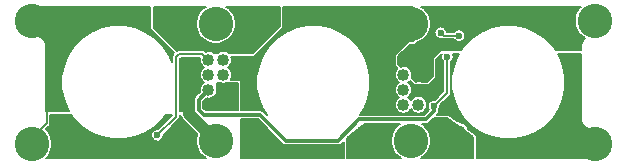
<source format=gbr>
G04 #@! TF.GenerationSoftware,KiCad,Pcbnew,(5.1.4)-1*
G04 #@! TF.CreationDate,2020-06-09T23:13:25-07:00*
G04 #@! TF.ProjectId,SkateLightLEDBoard,536b6174-654c-4696-9768-744c4544426f,rev?*
G04 #@! TF.SameCoordinates,Original*
G04 #@! TF.FileFunction,Copper,L2,Bot*
G04 #@! TF.FilePolarity,Positive*
%FSLAX46Y46*%
G04 Gerber Fmt 4.6, Leading zero omitted, Abs format (unit mm)*
G04 Created by KiCad (PCBNEW (5.1.4)-1) date 2020-06-09 23:13:25*
%MOMM*%
%LPD*%
G04 APERTURE LIST*
%ADD10C,1.016000*%
%ADD11C,2.921000*%
%ADD12C,1.800000*%
%ADD13C,0.600000*%
%ADD14C,1.000000*%
%ADD15C,0.200000*%
%ADD16C,0.350000*%
%ADD17C,0.152400*%
G04 APERTURE END LIST*
D10*
X7620000Y-1905000D03*
X8890000Y-1905000D03*
X7620000Y-635000D03*
X8890000Y-635000D03*
X7620000Y635000D03*
X8890000Y635000D03*
X7620000Y1905000D03*
X8890000Y1905000D03*
D11*
X8255000Y-4953000D03*
X8255000Y4953000D03*
X-8255000Y-4953000D03*
X-8255000Y4953000D03*
D10*
X-8890000Y-1905000D03*
X-7620000Y-1905000D03*
X-8890000Y-635000D03*
X-7620000Y-635000D03*
X-8890000Y635000D03*
X-7620000Y635000D03*
X-8890000Y1905000D03*
X-7620000Y1905000D03*
D11*
X23812500Y5207000D03*
X23812500Y-5207000D03*
X-23812500Y5207000D03*
X-23812500Y-5207000D03*
D12*
X20933000Y4423000D03*
X12087000Y-4423000D03*
X4423000Y-4423000D03*
X-4423000Y4423000D03*
X-12087000Y4423000D03*
X-20933000Y-4423000D03*
D13*
X-10490000Y-500000D03*
X-5170000Y-2000000D03*
X-4693920Y2131060D03*
X-2024380Y4871720D03*
X10350500Y-787500D03*
X14127480Y-5633720D03*
X11630660Y-1435100D03*
X1710000Y-5810000D03*
X-5080000Y-4826000D03*
X6210000Y-1630000D03*
X6010000Y980000D03*
X4190000Y5020000D03*
X-10980000Y1750000D03*
X16340000Y-5580000D03*
X19240000Y-5100000D03*
X21260000Y-3480000D03*
X21830000Y-1230000D03*
X21810000Y1530000D03*
X-13204301Y-4490862D03*
X12334240Y3954780D03*
X10764520Y4203700D03*
X12542520Y5278120D03*
X10589260Y3169920D03*
X14569440Y5069840D03*
X16520160Y5255260D03*
X18514060Y5092700D03*
X-19140000Y-5460000D03*
X-17010000Y-5760000D03*
X-14360000Y-5690000D03*
X-11980000Y-4600000D03*
X11340000Y2140000D03*
X10202811Y-2032000D03*
D14*
X-10552811Y-2648717D02*
X-10552811Y-1385189D01*
X-8255000Y-4953000D02*
X-8255000Y-4946528D01*
X-8255000Y-4946528D02*
X-10552811Y-2648717D01*
D15*
X9650401Y-912599D02*
X9650401Y-2269993D01*
X10350500Y-787500D02*
X9775500Y-787500D01*
X9775500Y-787500D02*
X9650401Y-912599D01*
X9254993Y-2665401D02*
X6595401Y-2665401D01*
X9650401Y-2269993D02*
X9254993Y-2665401D01*
X6595401Y-2665401D02*
X5440000Y-1510000D01*
X-23812500Y-5207000D02*
X-23812500Y-4692500D01*
X-23812500Y-4692500D02*
X-22600000Y-3480000D01*
X-22600000Y-3480000D02*
X-22600000Y-2200000D01*
X-22352001Y3746501D02*
X-23812500Y5207000D01*
X-22352001Y-1952001D02*
X-22352001Y3746501D01*
X-22600000Y-2200000D02*
X-22352001Y-1952001D01*
X-11657599Y-2944160D02*
X-13204301Y-4490862D01*
X-11657599Y2112401D02*
X-11657599Y-2944160D01*
X-11357001Y2412999D02*
X-11657599Y2112401D01*
X-8890000Y1905000D02*
X-9397999Y2412999D01*
X-9397999Y2412999D02*
X-11357001Y2412999D01*
X11013440Y3954780D02*
X12334240Y3954780D01*
X10764520Y4203700D02*
X11013440Y3954780D01*
D16*
X-9290993Y-2740401D02*
X-4552153Y-2740401D01*
X-4552153Y-2740401D02*
X-2362554Y-4930000D01*
X-2362554Y-4930000D02*
X2099446Y-4930000D01*
X2099446Y-4930000D02*
X3882035Y-3147411D01*
X3882035Y-3147411D02*
X9511664Y-3147411D01*
X10202811Y-2456264D02*
X10202811Y-2032000D01*
X9511664Y-3147411D02*
X10202811Y-2456264D01*
X-9725401Y-2305993D02*
X-9290993Y-2740401D01*
X-9725401Y-1470401D02*
X-9725401Y-2305993D01*
D15*
X11340000Y2140000D02*
X11340000Y-894811D01*
D16*
X-8890000Y-635000D02*
X-9725401Y-1470401D01*
D15*
X11340000Y-894811D02*
X10502810Y-1732001D01*
X10502810Y-1732001D02*
X10202811Y-2032000D01*
D17*
G36*
X-2661958Y-5201373D02*
G01*
X-2649323Y-5216769D01*
X-2587867Y-5267204D01*
X-2527181Y-5299641D01*
X-2517752Y-5304681D01*
X-2441673Y-5327759D01*
X-2362554Y-5335552D01*
X-2342736Y-5333600D01*
X2079628Y-5333600D01*
X2099446Y-5335552D01*
X2119264Y-5333600D01*
X2178565Y-5327759D01*
X2254644Y-5304681D01*
X2324759Y-5267204D01*
X2386215Y-5216769D01*
X2398859Y-5201362D01*
X2565400Y-5034821D01*
X2565400Y-6413500D01*
X-6121400Y-6413500D01*
X-6121400Y-3144001D01*
X-4719328Y-3144001D01*
X-2661958Y-5201373D01*
X-2661958Y-5201373D01*
G37*
X-2661958Y-5201373D02*
X-2649323Y-5216769D01*
X-2587867Y-5267204D01*
X-2527181Y-5299641D01*
X-2517752Y-5304681D01*
X-2441673Y-5327759D01*
X-2362554Y-5335552D01*
X-2342736Y-5333600D01*
X2079628Y-5333600D01*
X2099446Y-5335552D01*
X2119264Y-5333600D01*
X2178565Y-5327759D01*
X2254644Y-5304681D01*
X2324759Y-5267204D01*
X2386215Y-5216769D01*
X2398859Y-5201362D01*
X2565400Y-5034821D01*
X2565400Y-6413500D01*
X-6121400Y-6413500D01*
X-6121400Y-3144001D01*
X-4719328Y-3144001D01*
X-2661958Y-5201373D01*
G36*
X12230950Y2287200D02*
G01*
X11866960Y1408451D01*
X11681400Y475576D01*
X11681400Y-475576D01*
X11866960Y-1408451D01*
X12230950Y-2287200D01*
X12759381Y-3078053D01*
X13431947Y-3750619D01*
X14222800Y-4279050D01*
X15101549Y-4643040D01*
X16034424Y-4828600D01*
X16985576Y-4828600D01*
X17918451Y-4643040D01*
X18797200Y-4279050D01*
X19588053Y-3750619D01*
X20260619Y-3078053D01*
X20789050Y-2287200D01*
X21153040Y-1408451D01*
X21338600Y-475576D01*
X21338600Y475576D01*
X21153040Y1408451D01*
X20789050Y2287200D01*
X20707427Y2409358D01*
X22632924Y2409358D01*
X22632925Y12469D01*
X22632924Y-3003064D01*
X22633436Y-3008265D01*
X22635559Y-3061562D01*
X22637717Y-3077155D01*
X22638755Y-3092856D01*
X22639357Y-3096351D01*
X22665644Y-3242726D01*
X22671922Y-3264941D01*
X22677857Y-3287118D01*
X22679126Y-3290429D01*
X22733343Y-3428910D01*
X22743804Y-3449458D01*
X22753945Y-3470085D01*
X22755830Y-3473082D01*
X22755833Y-3473087D01*
X22755836Y-3473091D01*
X22835915Y-3598399D01*
X22850183Y-3616543D01*
X22864123Y-3634788D01*
X22866553Y-3637361D01*
X22866558Y-3637367D01*
X22866563Y-3637372D01*
X22969455Y-3744738D01*
X22986929Y-3759726D01*
X23004193Y-3774956D01*
X23007083Y-3777011D01*
X23128876Y-3862352D01*
X23148955Y-3873675D01*
X23168822Y-3885247D01*
X23172056Y-3886702D01*
X23308105Y-3946761D01*
X23330039Y-3953981D01*
X23351737Y-3961460D01*
X23355182Y-3962257D01*
X23355192Y-3962260D01*
X23355202Y-3962261D01*
X23500315Y-3994749D01*
X23523186Y-3997565D01*
X23545972Y-4000694D01*
X23549516Y-4000807D01*
X23549517Y-4000807D01*
X23698188Y-4004490D01*
X23698411Y-4004474D01*
X23698937Y-4004490D01*
X23958976Y-4010759D01*
X24188536Y-4061991D01*
X24403777Y-4156838D01*
X24596491Y-4291682D01*
X24759348Y-4461395D01*
X24886136Y-4659503D01*
X24972031Y-4878466D01*
X25013761Y-5109946D01*
X25009734Y-5345124D01*
X24960106Y-5575033D01*
X24866765Y-5790929D01*
X24733268Y-5984583D01*
X24564699Y-6148619D01*
X24367480Y-6276788D01*
X24149119Y-6364210D01*
X23911139Y-6408829D01*
X23804981Y-6413500D01*
X13817600Y-6413500D01*
X13817600Y-4572000D01*
X13814373Y-4533725D01*
X13802575Y-4490492D01*
X13782570Y-4450392D01*
X13755126Y-4414965D01*
X13721298Y-4385573D01*
X13114811Y-3955179D01*
X13087153Y-3888407D01*
X12963641Y-3703559D01*
X12806441Y-3546359D01*
X12621593Y-3422847D01*
X12416201Y-3337771D01*
X12198157Y-3294400D01*
X12183677Y-3294400D01*
X11463848Y-2783573D01*
X11419031Y-2758801D01*
X11376148Y-2745792D01*
X11331550Y-2741400D01*
X10490920Y-2741400D01*
X10540015Y-2681577D01*
X10577492Y-2611462D01*
X10593780Y-2557766D01*
X10600570Y-2535384D01*
X10608363Y-2456265D01*
X10606411Y-2436447D01*
X10606411Y-2375954D01*
X10613402Y-2368963D01*
X10671251Y-2282386D01*
X10711098Y-2186187D01*
X10731411Y-2084063D01*
X10731411Y-1979937D01*
X10729449Y-1970072D01*
X10746574Y-1952947D01*
X11560949Y-1138573D01*
X11573479Y-1128290D01*
X11583764Y-1115758D01*
X11614542Y-1078255D01*
X11645054Y-1021170D01*
X11645055Y-1021169D01*
X11663845Y-959228D01*
X11668600Y-910946D01*
X11668600Y-910934D01*
X11670188Y-894812D01*
X11668600Y-878690D01*
X11668600Y1723821D01*
X11676963Y1729409D01*
X11750591Y1803037D01*
X11808440Y1889614D01*
X11848287Y1985813D01*
X11868600Y2087937D01*
X11868600Y2192063D01*
X11848287Y2294187D01*
X11808440Y2390386D01*
X11795763Y2409358D01*
X12312573Y2409358D01*
X12230950Y2287200D01*
X12230950Y2287200D01*
G37*
X12230950Y2287200D02*
X11866960Y1408451D01*
X11681400Y475576D01*
X11681400Y-475576D01*
X11866960Y-1408451D01*
X12230950Y-2287200D01*
X12759381Y-3078053D01*
X13431947Y-3750619D01*
X14222800Y-4279050D01*
X15101549Y-4643040D01*
X16034424Y-4828600D01*
X16985576Y-4828600D01*
X17918451Y-4643040D01*
X18797200Y-4279050D01*
X19588053Y-3750619D01*
X20260619Y-3078053D01*
X20789050Y-2287200D01*
X21153040Y-1408451D01*
X21338600Y-475576D01*
X21338600Y475576D01*
X21153040Y1408451D01*
X20789050Y2287200D01*
X20707427Y2409358D01*
X22632924Y2409358D01*
X22632925Y12469D01*
X22632924Y-3003064D01*
X22633436Y-3008265D01*
X22635559Y-3061562D01*
X22637717Y-3077155D01*
X22638755Y-3092856D01*
X22639357Y-3096351D01*
X22665644Y-3242726D01*
X22671922Y-3264941D01*
X22677857Y-3287118D01*
X22679126Y-3290429D01*
X22733343Y-3428910D01*
X22743804Y-3449458D01*
X22753945Y-3470085D01*
X22755830Y-3473082D01*
X22755833Y-3473087D01*
X22755836Y-3473091D01*
X22835915Y-3598399D01*
X22850183Y-3616543D01*
X22864123Y-3634788D01*
X22866553Y-3637361D01*
X22866558Y-3637367D01*
X22866563Y-3637372D01*
X22969455Y-3744738D01*
X22986929Y-3759726D01*
X23004193Y-3774956D01*
X23007083Y-3777011D01*
X23128876Y-3862352D01*
X23148955Y-3873675D01*
X23168822Y-3885247D01*
X23172056Y-3886702D01*
X23308105Y-3946761D01*
X23330039Y-3953981D01*
X23351737Y-3961460D01*
X23355182Y-3962257D01*
X23355192Y-3962260D01*
X23355202Y-3962261D01*
X23500315Y-3994749D01*
X23523186Y-3997565D01*
X23545972Y-4000694D01*
X23549516Y-4000807D01*
X23549517Y-4000807D01*
X23698188Y-4004490D01*
X23698411Y-4004474D01*
X23698937Y-4004490D01*
X23958976Y-4010759D01*
X24188536Y-4061991D01*
X24403777Y-4156838D01*
X24596491Y-4291682D01*
X24759348Y-4461395D01*
X24886136Y-4659503D01*
X24972031Y-4878466D01*
X25013761Y-5109946D01*
X25009734Y-5345124D01*
X24960106Y-5575033D01*
X24866765Y-5790929D01*
X24733268Y-5984583D01*
X24564699Y-6148619D01*
X24367480Y-6276788D01*
X24149119Y-6364210D01*
X23911139Y-6408829D01*
X23804981Y-6413500D01*
X13817600Y-6413500D01*
X13817600Y-4572000D01*
X13814373Y-4533725D01*
X13802575Y-4490492D01*
X13782570Y-4450392D01*
X13755126Y-4414965D01*
X13721298Y-4385573D01*
X13114811Y-3955179D01*
X13087153Y-3888407D01*
X12963641Y-3703559D01*
X12806441Y-3546359D01*
X12621593Y-3422847D01*
X12416201Y-3337771D01*
X12198157Y-3294400D01*
X12183677Y-3294400D01*
X11463848Y-2783573D01*
X11419031Y-2758801D01*
X11376148Y-2745792D01*
X11331550Y-2741400D01*
X10490920Y-2741400D01*
X10540015Y-2681577D01*
X10577492Y-2611462D01*
X10593780Y-2557766D01*
X10600570Y-2535384D01*
X10608363Y-2456265D01*
X10606411Y-2436447D01*
X10606411Y-2375954D01*
X10613402Y-2368963D01*
X10671251Y-2282386D01*
X10711098Y-2186187D01*
X10731411Y-2084063D01*
X10731411Y-1979937D01*
X10729449Y-1970072D01*
X10746574Y-1952947D01*
X11560949Y-1138573D01*
X11573479Y-1128290D01*
X11583764Y-1115758D01*
X11614542Y-1078255D01*
X11645054Y-1021170D01*
X11645055Y-1021169D01*
X11663845Y-959228D01*
X11668600Y-910946D01*
X11668600Y-910934D01*
X11670188Y-894812D01*
X11668600Y-878690D01*
X11668600Y1723821D01*
X11676963Y1729409D01*
X11750591Y1803037D01*
X11808440Y1889614D01*
X11848287Y1985813D01*
X11868600Y2087937D01*
X11868600Y2192063D01*
X11848287Y2294187D01*
X11808440Y2390386D01*
X11795763Y2409358D01*
X12312573Y2409358D01*
X12230950Y2287200D01*
G36*
X8407400Y3501558D02*
G01*
X8128000Y3501558D01*
X8083402Y3497166D01*
X8040519Y3484157D01*
X8000997Y3463032D01*
X7966355Y3434603D01*
X6950355Y2418603D01*
X6921926Y2383961D01*
X6900801Y2344439D01*
X6887792Y2301556D01*
X6883400Y2256958D01*
X6883400Y1494958D01*
X6887792Y1450360D01*
X6900801Y1407477D01*
X6921926Y1367955D01*
X6950355Y1333313D01*
X7113479Y1170189D01*
X7047845Y1104555D01*
X6967234Y983911D01*
X6911707Y849858D01*
X6883400Y707549D01*
X6883400Y562451D01*
X6911707Y420142D01*
X6967234Y286089D01*
X7047845Y165445D01*
X7150445Y62845D01*
X7244500Y0D01*
X7150445Y-62845D01*
X7047845Y-165445D01*
X6967234Y-286089D01*
X6911707Y-420142D01*
X6883400Y-562451D01*
X6883400Y-707549D01*
X6911707Y-849858D01*
X6967234Y-983911D01*
X7047845Y-1104555D01*
X7150445Y-1207155D01*
X7244500Y-1270000D01*
X7150445Y-1332845D01*
X7047845Y-1435445D01*
X6967234Y-1556089D01*
X6911707Y-1690142D01*
X6883400Y-1832451D01*
X6883400Y-1977549D01*
X6911707Y-2119858D01*
X6967234Y-2253911D01*
X7047845Y-2374555D01*
X7150445Y-2477155D01*
X7271089Y-2557766D01*
X7405142Y-2613293D01*
X7547451Y-2641600D01*
X7692549Y-2641600D01*
X7834858Y-2613293D01*
X7968911Y-2557766D01*
X8089555Y-2477155D01*
X8192155Y-2374555D01*
X8255000Y-2280500D01*
X8317845Y-2374555D01*
X8420445Y-2477155D01*
X8541089Y-2557766D01*
X8675142Y-2613293D01*
X8817451Y-2641600D01*
X8962549Y-2641600D01*
X9104858Y-2613293D01*
X9238911Y-2557766D01*
X9359555Y-2477155D01*
X9462155Y-2374555D01*
X9542766Y-2253911D01*
X9598293Y-2119858D01*
X9626600Y-1977549D01*
X9626600Y-1832451D01*
X9598293Y-1690142D01*
X9542766Y-1556089D01*
X9462155Y-1435445D01*
X9359555Y-1332845D01*
X9238911Y-1252234D01*
X9104858Y-1196707D01*
X8962549Y-1168400D01*
X8817451Y-1168400D01*
X8675142Y-1196707D01*
X8541089Y-1252234D01*
X8420445Y-1332845D01*
X8317845Y-1435445D01*
X8255000Y-1529500D01*
X8192155Y-1435445D01*
X8089555Y-1332845D01*
X7995500Y-1270000D01*
X8089555Y-1207155D01*
X8192155Y-1104555D01*
X8272766Y-983911D01*
X8328293Y-849858D01*
X8356600Y-707549D01*
X8356600Y-562451D01*
X8328293Y-420142D01*
X8272766Y-286089D01*
X8192155Y-165445D01*
X8089555Y-62845D01*
X7995500Y0D01*
X8089555Y62845D01*
X8155189Y128479D01*
X8474355Y-190687D01*
X8508997Y-219116D01*
X8548519Y-240241D01*
X8591402Y-253250D01*
X8636000Y-257642D01*
X9652000Y-257642D01*
X9696598Y-253250D01*
X9739481Y-240241D01*
X9779003Y-219116D01*
X9813645Y-190687D01*
X10321645Y317313D01*
X10350074Y351955D01*
X10371199Y391477D01*
X10384208Y434360D01*
X10388600Y478958D01*
X10388600Y1908268D01*
X10873256Y2392924D01*
X10871560Y2390386D01*
X10831713Y2294187D01*
X10811400Y2192063D01*
X10811400Y2087937D01*
X10831713Y1985813D01*
X10871560Y1889614D01*
X10929409Y1803037D01*
X11003037Y1729409D01*
X11011400Y1723821D01*
X11011401Y-758699D01*
X10281864Y-1488237D01*
X10264739Y-1505362D01*
X10254874Y-1503400D01*
X10150748Y-1503400D01*
X10048624Y-1523713D01*
X9952425Y-1563560D01*
X9865848Y-1621409D01*
X9792220Y-1695037D01*
X9734371Y-1781614D01*
X9694524Y-1877813D01*
X9674211Y-1979937D01*
X9674211Y-2084063D01*
X9694524Y-2186187D01*
X9734371Y-2282386D01*
X9763027Y-2325272D01*
X9346900Y-2741400D01*
X5008451Y-2741400D01*
X4990715Y-2743811D01*
X3973952Y-2743811D01*
X4279050Y-2287200D01*
X4643040Y-1408451D01*
X4828600Y-475576D01*
X4828600Y475576D01*
X4643040Y1408451D01*
X4279050Y2287200D01*
X3750619Y3078053D01*
X3078053Y3750619D01*
X2287200Y4279050D01*
X1408451Y4643040D01*
X475576Y4828600D01*
X-475576Y4828600D01*
X-1408451Y4643040D01*
X-2287200Y4279050D01*
X-3078053Y3750619D01*
X-3750619Y3078053D01*
X-4279050Y2287200D01*
X-4643040Y1408451D01*
X-4828600Y475576D01*
X-4828600Y-475576D01*
X-4643040Y-1408451D01*
X-4279050Y-2287200D01*
X-3965867Y-2755912D01*
X-4252740Y-2469039D01*
X-4265384Y-2453632D01*
X-4326840Y-2403197D01*
X-4396955Y-2365720D01*
X-4473034Y-2342642D01*
X-4532335Y-2336801D01*
X-4552153Y-2334849D01*
X-4571971Y-2336801D01*
X-6121400Y-2336801D01*
X-6121400Y0D01*
X-6125792Y44598D01*
X-6138801Y87481D01*
X-6159926Y127003D01*
X-6188355Y161645D01*
X-6222997Y190074D01*
X-6262519Y211199D01*
X-6305402Y224208D01*
X-6350000Y228600D01*
X-7005647Y228600D01*
X-6967234Y286089D01*
X-6911707Y420142D01*
X-6883400Y562451D01*
X-6883400Y707549D01*
X-6911707Y849858D01*
X-6967234Y983911D01*
X-7047845Y1104555D01*
X-7150445Y1207155D01*
X-7244500Y1270000D01*
X-7150445Y1332845D01*
X-7047845Y1435445D01*
X-6967234Y1556089D01*
X-6911707Y1690142D01*
X-6883400Y1832451D01*
X-6883400Y1977549D01*
X-6911707Y2119858D01*
X-6938441Y2184400D01*
X-5080000Y2184400D01*
X-5035402Y2188792D01*
X-4992519Y2201801D01*
X-4952997Y2222926D01*
X-4918355Y2251355D01*
X-2632355Y4537355D01*
X-2603926Y4571997D01*
X-2582801Y4611519D01*
X-2569792Y4654402D01*
X-2565400Y4699000D01*
X-2565400Y6413500D01*
X8407400Y6413500D01*
X8407400Y3501558D01*
X8407400Y3501558D01*
G37*
X8407400Y3501558D02*
X8128000Y3501558D01*
X8083402Y3497166D01*
X8040519Y3484157D01*
X8000997Y3463032D01*
X7966355Y3434603D01*
X6950355Y2418603D01*
X6921926Y2383961D01*
X6900801Y2344439D01*
X6887792Y2301556D01*
X6883400Y2256958D01*
X6883400Y1494958D01*
X6887792Y1450360D01*
X6900801Y1407477D01*
X6921926Y1367955D01*
X6950355Y1333313D01*
X7113479Y1170189D01*
X7047845Y1104555D01*
X6967234Y983911D01*
X6911707Y849858D01*
X6883400Y707549D01*
X6883400Y562451D01*
X6911707Y420142D01*
X6967234Y286089D01*
X7047845Y165445D01*
X7150445Y62845D01*
X7244500Y0D01*
X7150445Y-62845D01*
X7047845Y-165445D01*
X6967234Y-286089D01*
X6911707Y-420142D01*
X6883400Y-562451D01*
X6883400Y-707549D01*
X6911707Y-849858D01*
X6967234Y-983911D01*
X7047845Y-1104555D01*
X7150445Y-1207155D01*
X7244500Y-1270000D01*
X7150445Y-1332845D01*
X7047845Y-1435445D01*
X6967234Y-1556089D01*
X6911707Y-1690142D01*
X6883400Y-1832451D01*
X6883400Y-1977549D01*
X6911707Y-2119858D01*
X6967234Y-2253911D01*
X7047845Y-2374555D01*
X7150445Y-2477155D01*
X7271089Y-2557766D01*
X7405142Y-2613293D01*
X7547451Y-2641600D01*
X7692549Y-2641600D01*
X7834858Y-2613293D01*
X7968911Y-2557766D01*
X8089555Y-2477155D01*
X8192155Y-2374555D01*
X8255000Y-2280500D01*
X8317845Y-2374555D01*
X8420445Y-2477155D01*
X8541089Y-2557766D01*
X8675142Y-2613293D01*
X8817451Y-2641600D01*
X8962549Y-2641600D01*
X9104858Y-2613293D01*
X9238911Y-2557766D01*
X9359555Y-2477155D01*
X9462155Y-2374555D01*
X9542766Y-2253911D01*
X9598293Y-2119858D01*
X9626600Y-1977549D01*
X9626600Y-1832451D01*
X9598293Y-1690142D01*
X9542766Y-1556089D01*
X9462155Y-1435445D01*
X9359555Y-1332845D01*
X9238911Y-1252234D01*
X9104858Y-1196707D01*
X8962549Y-1168400D01*
X8817451Y-1168400D01*
X8675142Y-1196707D01*
X8541089Y-1252234D01*
X8420445Y-1332845D01*
X8317845Y-1435445D01*
X8255000Y-1529500D01*
X8192155Y-1435445D01*
X8089555Y-1332845D01*
X7995500Y-1270000D01*
X8089555Y-1207155D01*
X8192155Y-1104555D01*
X8272766Y-983911D01*
X8328293Y-849858D01*
X8356600Y-707549D01*
X8356600Y-562451D01*
X8328293Y-420142D01*
X8272766Y-286089D01*
X8192155Y-165445D01*
X8089555Y-62845D01*
X7995500Y0D01*
X8089555Y62845D01*
X8155189Y128479D01*
X8474355Y-190687D01*
X8508997Y-219116D01*
X8548519Y-240241D01*
X8591402Y-253250D01*
X8636000Y-257642D01*
X9652000Y-257642D01*
X9696598Y-253250D01*
X9739481Y-240241D01*
X9779003Y-219116D01*
X9813645Y-190687D01*
X10321645Y317313D01*
X10350074Y351955D01*
X10371199Y391477D01*
X10384208Y434360D01*
X10388600Y478958D01*
X10388600Y1908268D01*
X10873256Y2392924D01*
X10871560Y2390386D01*
X10831713Y2294187D01*
X10811400Y2192063D01*
X10811400Y2087937D01*
X10831713Y1985813D01*
X10871560Y1889614D01*
X10929409Y1803037D01*
X11003037Y1729409D01*
X11011400Y1723821D01*
X11011401Y-758699D01*
X10281864Y-1488237D01*
X10264739Y-1505362D01*
X10254874Y-1503400D01*
X10150748Y-1503400D01*
X10048624Y-1523713D01*
X9952425Y-1563560D01*
X9865848Y-1621409D01*
X9792220Y-1695037D01*
X9734371Y-1781614D01*
X9694524Y-1877813D01*
X9674211Y-1979937D01*
X9674211Y-2084063D01*
X9694524Y-2186187D01*
X9734371Y-2282386D01*
X9763027Y-2325272D01*
X9346900Y-2741400D01*
X5008451Y-2741400D01*
X4990715Y-2743811D01*
X3973952Y-2743811D01*
X4279050Y-2287200D01*
X4643040Y-1408451D01*
X4828600Y-475576D01*
X4828600Y475576D01*
X4643040Y1408451D01*
X4279050Y2287200D01*
X3750619Y3078053D01*
X3078053Y3750619D01*
X2287200Y4279050D01*
X1408451Y4643040D01*
X475576Y4828600D01*
X-475576Y4828600D01*
X-1408451Y4643040D01*
X-2287200Y4279050D01*
X-3078053Y3750619D01*
X-3750619Y3078053D01*
X-4279050Y2287200D01*
X-4643040Y1408451D01*
X-4828600Y475576D01*
X-4828600Y-475576D01*
X-4643040Y-1408451D01*
X-4279050Y-2287200D01*
X-3965867Y-2755912D01*
X-4252740Y-2469039D01*
X-4265384Y-2453632D01*
X-4326840Y-2403197D01*
X-4396955Y-2365720D01*
X-4473034Y-2342642D01*
X-4532335Y-2336801D01*
X-4552153Y-2334849D01*
X-4571971Y-2336801D01*
X-6121400Y-2336801D01*
X-6121400Y0D01*
X-6125792Y44598D01*
X-6138801Y87481D01*
X-6159926Y127003D01*
X-6188355Y161645D01*
X-6222997Y190074D01*
X-6262519Y211199D01*
X-6305402Y224208D01*
X-6350000Y228600D01*
X-7005647Y228600D01*
X-6967234Y286089D01*
X-6911707Y420142D01*
X-6883400Y562451D01*
X-6883400Y707549D01*
X-6911707Y849858D01*
X-6967234Y983911D01*
X-7047845Y1104555D01*
X-7150445Y1207155D01*
X-7244500Y1270000D01*
X-7150445Y1332845D01*
X-7047845Y1435445D01*
X-6967234Y1556089D01*
X-6911707Y1690142D01*
X-6883400Y1832451D01*
X-6883400Y1977549D01*
X-6911707Y2119858D01*
X-6938441Y2184400D01*
X-5080000Y2184400D01*
X-5035402Y2188792D01*
X-4992519Y2201801D01*
X-4952997Y2222926D01*
X-4918355Y2251355D01*
X-2632355Y4537355D01*
X-2603926Y4571997D01*
X-2582801Y4611519D01*
X-2569792Y4654402D01*
X-2565400Y4699000D01*
X-2565400Y6413500D01*
X8407400Y6413500D01*
X8407400Y3501558D01*
G36*
X-9626600Y1977549D02*
G01*
X-9626600Y1832451D01*
X-9598293Y1690142D01*
X-9542766Y1556089D01*
X-9462155Y1435445D01*
X-9359555Y1332845D01*
X-9265500Y1270000D01*
X-9359555Y1207155D01*
X-9462155Y1104555D01*
X-9542766Y983911D01*
X-9598293Y849858D01*
X-9626600Y707549D01*
X-9626600Y562451D01*
X-9598293Y420142D01*
X-9542766Y286089D01*
X-9462155Y165445D01*
X-9359555Y62845D01*
X-9265500Y0D01*
X-9359555Y-62845D01*
X-9462155Y-165445D01*
X-9542766Y-286089D01*
X-9598293Y-420142D01*
X-9626600Y-562451D01*
X-9626600Y-707549D01*
X-9611125Y-785349D01*
X-9996763Y-1170988D01*
X-10012170Y-1183632D01*
X-10062605Y-1245089D01*
X-10085416Y-1287766D01*
X-10100082Y-1315204D01*
X-10123160Y-1391283D01*
X-10130953Y-1470401D01*
X-10129001Y-1490219D01*
X-10129000Y-2286166D01*
X-10130953Y-2305993D01*
X-10123160Y-2385111D01*
X-10106995Y-2438400D01*
X-11328999Y-2438400D01*
X-11328999Y1976291D01*
X-11220891Y2084399D01*
X-9605346Y2084399D01*
X-9626600Y1977549D01*
X-9626600Y1977549D01*
G37*
X-9626600Y1977549D02*
X-9626600Y1832451D01*
X-9598293Y1690142D01*
X-9542766Y1556089D01*
X-9462155Y1435445D01*
X-9359555Y1332845D01*
X-9265500Y1270000D01*
X-9359555Y1207155D01*
X-9462155Y1104555D01*
X-9542766Y983911D01*
X-9598293Y849858D01*
X-9626600Y707549D01*
X-9626600Y562451D01*
X-9598293Y420142D01*
X-9542766Y286089D01*
X-9462155Y165445D01*
X-9359555Y62845D01*
X-9265500Y0D01*
X-9359555Y-62845D01*
X-9462155Y-165445D01*
X-9542766Y-286089D01*
X-9598293Y-420142D01*
X-9626600Y-562451D01*
X-9626600Y-707549D01*
X-9611125Y-785349D01*
X-9996763Y-1170988D01*
X-10012170Y-1183632D01*
X-10062605Y-1245089D01*
X-10085416Y-1287766D01*
X-10100082Y-1315204D01*
X-10123160Y-1391283D01*
X-10130953Y-1470401D01*
X-10129001Y-1490219D01*
X-10129000Y-2286166D01*
X-10130953Y-2305993D01*
X-10123160Y-2385111D01*
X-10106995Y-2438400D01*
X-11328999Y-2438400D01*
X-11328999Y1976291D01*
X-11220891Y2084399D01*
X-9605346Y2084399D01*
X-9626600Y1977549D01*
G36*
X-13817600Y4572000D02*
G01*
X-13813208Y4527402D01*
X-13800199Y4484519D01*
X-13779074Y4444997D01*
X-13750645Y4410355D01*
X-11787500Y2447210D01*
X-11878543Y2356167D01*
X-11891078Y2345880D01*
X-11901363Y2333347D01*
X-11932141Y2295844D01*
X-11955921Y2251355D01*
X-11962654Y2238758D01*
X-11981444Y2176817D01*
X-11986199Y2128536D01*
X-11987788Y2112401D01*
X-11986199Y2096269D01*
X-11986199Y1696319D01*
X-12230950Y2287200D01*
X-12759381Y3078053D01*
X-13431947Y3750619D01*
X-14222800Y4279050D01*
X-15101549Y4643040D01*
X-16034424Y4828600D01*
X-16985576Y4828600D01*
X-17918451Y4643040D01*
X-18797200Y4279050D01*
X-19588053Y3750619D01*
X-20260619Y3078053D01*
X-20789050Y2287200D01*
X-21153040Y1408451D01*
X-21338600Y475576D01*
X-21338600Y-475576D01*
X-21153040Y-1408451D01*
X-20789050Y-2287200D01*
X-20688021Y-2438400D01*
X-22632924Y-2438400D01*
X-22632924Y3003065D01*
X-22633436Y3008266D01*
X-22635559Y3061562D01*
X-22637717Y3077155D01*
X-22638755Y3092856D01*
X-22639357Y3096350D01*
X-22665644Y3242726D01*
X-22671922Y3264941D01*
X-22677857Y3287118D01*
X-22679126Y3290429D01*
X-22733343Y3428910D01*
X-22743804Y3449458D01*
X-22753945Y3470085D01*
X-22755830Y3473082D01*
X-22755833Y3473087D01*
X-22755836Y3473091D01*
X-22835915Y3598399D01*
X-22850210Y3616578D01*
X-22864123Y3634789D01*
X-22866553Y3637361D01*
X-22866558Y3637367D01*
X-22866563Y3637372D01*
X-22969455Y3744738D01*
X-22986951Y3759744D01*
X-23004193Y3774955D01*
X-23007083Y3777011D01*
X-23128876Y3862352D01*
X-23148955Y3873675D01*
X-23168822Y3885247D01*
X-23172047Y3886697D01*
X-23172056Y3886702D01*
X-23172065Y3886705D01*
X-23308105Y3946761D01*
X-23330049Y3953984D01*
X-23351737Y3961460D01*
X-23355182Y3962257D01*
X-23355192Y3962260D01*
X-23355202Y3962261D01*
X-23500316Y3994749D01*
X-23523210Y3997568D01*
X-23545972Y4000694D01*
X-23549506Y4000807D01*
X-23549517Y4000808D01*
X-23549527Y4000807D01*
X-23698188Y4004490D01*
X-23698411Y4004474D01*
X-23698936Y4004490D01*
X-23958976Y4010759D01*
X-24188535Y4061991D01*
X-24403777Y4156838D01*
X-24596491Y4291682D01*
X-24759348Y4461395D01*
X-24886136Y4659503D01*
X-24972031Y4878466D01*
X-25013761Y5109947D01*
X-25009734Y5345124D01*
X-24960106Y5575033D01*
X-24866764Y5790931D01*
X-24733264Y5984587D01*
X-24564697Y6148620D01*
X-24367478Y6276789D01*
X-24149119Y6364210D01*
X-23911139Y6408829D01*
X-23804982Y6413500D01*
X-13817600Y6413500D01*
X-13817600Y4572000D01*
X-13817600Y4572000D01*
G37*
X-13817600Y4572000D02*
X-13813208Y4527402D01*
X-13800199Y4484519D01*
X-13779074Y4444997D01*
X-13750645Y4410355D01*
X-11787500Y2447210D01*
X-11878543Y2356167D01*
X-11891078Y2345880D01*
X-11901363Y2333347D01*
X-11932141Y2295844D01*
X-11955921Y2251355D01*
X-11962654Y2238758D01*
X-11981444Y2176817D01*
X-11986199Y2128536D01*
X-11987788Y2112401D01*
X-11986199Y2096269D01*
X-11986199Y1696319D01*
X-12230950Y2287200D01*
X-12759381Y3078053D01*
X-13431947Y3750619D01*
X-14222800Y4279050D01*
X-15101549Y4643040D01*
X-16034424Y4828600D01*
X-16985576Y4828600D01*
X-17918451Y4643040D01*
X-18797200Y4279050D01*
X-19588053Y3750619D01*
X-20260619Y3078053D01*
X-20789050Y2287200D01*
X-21153040Y1408451D01*
X-21338600Y475576D01*
X-21338600Y-475576D01*
X-21153040Y-1408451D01*
X-20789050Y-2287200D01*
X-20688021Y-2438400D01*
X-22632924Y-2438400D01*
X-22632924Y3003065D01*
X-22633436Y3008266D01*
X-22635559Y3061562D01*
X-22637717Y3077155D01*
X-22638755Y3092856D01*
X-22639357Y3096350D01*
X-22665644Y3242726D01*
X-22671922Y3264941D01*
X-22677857Y3287118D01*
X-22679126Y3290429D01*
X-22733343Y3428910D01*
X-22743804Y3449458D01*
X-22753945Y3470085D01*
X-22755830Y3473082D01*
X-22755833Y3473087D01*
X-22755836Y3473091D01*
X-22835915Y3598399D01*
X-22850210Y3616578D01*
X-22864123Y3634789D01*
X-22866553Y3637361D01*
X-22866558Y3637367D01*
X-22866563Y3637372D01*
X-22969455Y3744738D01*
X-22986951Y3759744D01*
X-23004193Y3774955D01*
X-23007083Y3777011D01*
X-23128876Y3862352D01*
X-23148955Y3873675D01*
X-23168822Y3885247D01*
X-23172047Y3886697D01*
X-23172056Y3886702D01*
X-23172065Y3886705D01*
X-23308105Y3946761D01*
X-23330049Y3953984D01*
X-23351737Y3961460D01*
X-23355182Y3962257D01*
X-23355192Y3962260D01*
X-23355202Y3962261D01*
X-23500316Y3994749D01*
X-23523210Y3997568D01*
X-23545972Y4000694D01*
X-23549506Y4000807D01*
X-23549517Y4000808D01*
X-23549527Y4000807D01*
X-23698188Y4004490D01*
X-23698411Y4004474D01*
X-23698936Y4004490D01*
X-23958976Y4010759D01*
X-24188535Y4061991D01*
X-24403777Y4156838D01*
X-24596491Y4291682D01*
X-24759348Y4461395D01*
X-24886136Y4659503D01*
X-24972031Y4878466D01*
X-25013761Y5109947D01*
X-25009734Y5345124D01*
X-24960106Y5575033D01*
X-24866764Y5790931D01*
X-24733264Y5984587D01*
X-24564697Y6148620D01*
X-24367478Y6276789D01*
X-24149119Y6364210D01*
X-23911139Y6408829D01*
X-23804982Y6413500D01*
X-13817600Y6413500D01*
X-13817600Y4572000D01*
G36*
X-9331739Y6265010D02*
G01*
X-9567010Y6029739D01*
X-9751861Y5753089D01*
X-9879189Y5445692D01*
X-9944100Y5119362D01*
X-9944100Y4786638D01*
X-9879189Y4460308D01*
X-9751861Y4152911D01*
X-9567010Y3876261D01*
X-9331739Y3640990D01*
X-9055089Y3456139D01*
X-8747692Y3328811D01*
X-8421362Y3263900D01*
X-8088638Y3263900D01*
X-7762308Y3328811D01*
X-7454911Y3456139D01*
X-7178261Y3640990D01*
X-6942990Y3876261D01*
X-6758139Y4152911D01*
X-6630811Y4460308D01*
X-6565900Y4786638D01*
X-6565900Y5119362D01*
X-6630811Y5445692D01*
X-6758139Y5753089D01*
X-6942990Y6029739D01*
X-7178261Y6265010D01*
X-7400493Y6413500D01*
X-2870200Y6413500D01*
X-2870200Y4730564D01*
X-5111564Y2489200D01*
X-7168472Y2489200D01*
X-7271089Y2557766D01*
X-7405142Y2613293D01*
X-7547451Y2641600D01*
X-7692549Y2641600D01*
X-7834858Y2613293D01*
X-7968911Y2557766D01*
X-8071528Y2489200D01*
X-8438472Y2489200D01*
X-8541089Y2557766D01*
X-8675142Y2613293D01*
X-8817451Y2641600D01*
X-8962549Y2641600D01*
X-9104858Y2613293D01*
X-9125170Y2604880D01*
X-9154233Y2633943D01*
X-9164520Y2646478D01*
X-9214556Y2687541D01*
X-9271641Y2718054D01*
X-9333582Y2736844D01*
X-9381864Y2741599D01*
X-9381867Y2741599D01*
X-9397999Y2743188D01*
X-9414131Y2741599D01*
X-11340869Y2741599D01*
X-11357001Y2743188D01*
X-11373133Y2741599D01*
X-11373136Y2741599D01*
X-11421418Y2736844D01*
X-11483359Y2718054D01*
X-11540445Y2687541D01*
X-11564741Y2667601D01*
X-11571385Y2662149D01*
X-13512800Y4603564D01*
X-13512800Y6413500D01*
X-9109507Y6413500D01*
X-9331739Y6265010D01*
X-9331739Y6265010D01*
G37*
X-9331739Y6265010D02*
X-9567010Y6029739D01*
X-9751861Y5753089D01*
X-9879189Y5445692D01*
X-9944100Y5119362D01*
X-9944100Y4786638D01*
X-9879189Y4460308D01*
X-9751861Y4152911D01*
X-9567010Y3876261D01*
X-9331739Y3640990D01*
X-9055089Y3456139D01*
X-8747692Y3328811D01*
X-8421362Y3263900D01*
X-8088638Y3263900D01*
X-7762308Y3328811D01*
X-7454911Y3456139D01*
X-7178261Y3640990D01*
X-6942990Y3876261D01*
X-6758139Y4152911D01*
X-6630811Y4460308D01*
X-6565900Y4786638D01*
X-6565900Y5119362D01*
X-6630811Y5445692D01*
X-6758139Y5753089D01*
X-6942990Y6029739D01*
X-7178261Y6265010D01*
X-7400493Y6413500D01*
X-2870200Y6413500D01*
X-2870200Y4730564D01*
X-5111564Y2489200D01*
X-7168472Y2489200D01*
X-7271089Y2557766D01*
X-7405142Y2613293D01*
X-7547451Y2641600D01*
X-7692549Y2641600D01*
X-7834858Y2613293D01*
X-7968911Y2557766D01*
X-8071528Y2489200D01*
X-8438472Y2489200D01*
X-8541089Y2557766D01*
X-8675142Y2613293D01*
X-8817451Y2641600D01*
X-8962549Y2641600D01*
X-9104858Y2613293D01*
X-9125170Y2604880D01*
X-9154233Y2633943D01*
X-9164520Y2646478D01*
X-9214556Y2687541D01*
X-9271641Y2718054D01*
X-9333582Y2736844D01*
X-9381864Y2741599D01*
X-9381867Y2741599D01*
X-9397999Y2743188D01*
X-9414131Y2741599D01*
X-11340869Y2741599D01*
X-11357001Y2743188D01*
X-11373133Y2741599D01*
X-11373136Y2741599D01*
X-11421418Y2736844D01*
X-11483359Y2718054D01*
X-11540445Y2687541D01*
X-11564741Y2667601D01*
X-11571385Y2662149D01*
X-13512800Y4603564D01*
X-13512800Y6413500D01*
X-9109507Y6413500D01*
X-9331739Y6265010D01*
G36*
X13512800Y-4611362D02*
G01*
X13512800Y-6413500D01*
X9109507Y-6413500D01*
X9331739Y-6265010D01*
X9567010Y-6029739D01*
X9751861Y-5753089D01*
X9879189Y-5445692D01*
X9944100Y-5119362D01*
X9944100Y-4786638D01*
X9879189Y-4460308D01*
X9751861Y-4152911D01*
X9567010Y-3876261D01*
X9331739Y-3640990D01*
X9197075Y-3551011D01*
X9491846Y-3551011D01*
X9511664Y-3552963D01*
X9531482Y-3551011D01*
X9590783Y-3545170D01*
X9666862Y-3522092D01*
X9736977Y-3484615D01*
X9798433Y-3434180D01*
X9811077Y-3418773D01*
X10183651Y-3046200D01*
X11307261Y-3046200D01*
X13512800Y-4611362D01*
X13512800Y-4611362D01*
G37*
X13512800Y-4611362D02*
X13512800Y-6413500D01*
X9109507Y-6413500D01*
X9331739Y-6265010D01*
X9567010Y-6029739D01*
X9751861Y-5753089D01*
X9879189Y-5445692D01*
X9944100Y-5119362D01*
X9944100Y-4786638D01*
X9879189Y-4460308D01*
X9751861Y-4152911D01*
X9567010Y-3876261D01*
X9331739Y-3640990D01*
X9197075Y-3551011D01*
X9491846Y-3551011D01*
X9511664Y-3552963D01*
X9531482Y-3551011D01*
X9590783Y-3545170D01*
X9666862Y-3522092D01*
X9736977Y-3484615D01*
X9798433Y-3434180D01*
X9811077Y-3418773D01*
X10183651Y-3046200D01*
X11307261Y-3046200D01*
X13512800Y-4611362D01*
G36*
X7178261Y-3640990D02*
G01*
X6942990Y-3876261D01*
X6758139Y-4152911D01*
X6630811Y-4460308D01*
X6565900Y-4786638D01*
X6565900Y-5119362D01*
X6630811Y-5445692D01*
X6758139Y-5753089D01*
X6942990Y-6029739D01*
X7178261Y-6265010D01*
X7400493Y-6413500D01*
X2870200Y-6413500D01*
X2870200Y-4736180D01*
X4388129Y-3551011D01*
X7312925Y-3551011D01*
X7178261Y-3640990D01*
X7178261Y-3640990D01*
G37*
X7178261Y-3640990D02*
X6942990Y-3876261D01*
X6758139Y-4152911D01*
X6630811Y-4460308D01*
X6565900Y-4786638D01*
X6565900Y-5119362D01*
X6630811Y-5445692D01*
X6758139Y-5753089D01*
X6942990Y-6029739D01*
X7178261Y-6265010D01*
X7400493Y-6413500D01*
X2870200Y-6413500D01*
X2870200Y-4736180D01*
X4388129Y-3551011D01*
X7312925Y-3551011D01*
X7178261Y-3640990D01*
G36*
X-20260619Y-3078053D02*
G01*
X-19588053Y-3750619D01*
X-18797200Y-4279050D01*
X-17918451Y-4643040D01*
X-16985576Y-4828600D01*
X-16034424Y-4828600D01*
X-15101549Y-4643040D01*
X-14222800Y-4279050D01*
X-13431947Y-3750619D01*
X-12759381Y-3078053D01*
X-12535639Y-2743200D01*
X-11986198Y-2743200D01*
X-11986198Y-2808048D01*
X-13142373Y-3964224D01*
X-13152238Y-3962262D01*
X-13256364Y-3962262D01*
X-13358488Y-3982575D01*
X-13454687Y-4022422D01*
X-13541264Y-4080271D01*
X-13614892Y-4153899D01*
X-13672741Y-4240476D01*
X-13712588Y-4336675D01*
X-13732901Y-4438799D01*
X-13732901Y-4542925D01*
X-13712588Y-4645049D01*
X-13672741Y-4741248D01*
X-13614892Y-4827825D01*
X-13541264Y-4901453D01*
X-13454687Y-4959302D01*
X-13358488Y-4999149D01*
X-13256364Y-5019462D01*
X-13152238Y-5019462D01*
X-13050114Y-4999149D01*
X-12953915Y-4959302D01*
X-12867338Y-4901453D01*
X-12793710Y-4827825D01*
X-12735861Y-4741248D01*
X-12696014Y-4645049D01*
X-12675701Y-4542925D01*
X-12675701Y-4438799D01*
X-12677663Y-4428934D01*
X-11436650Y-3187922D01*
X-11424120Y-3177639D01*
X-11412151Y-3163055D01*
X-11383057Y-3127604D01*
X-11352544Y-3070518D01*
X-11333754Y-3008577D01*
X-11328999Y-2960295D01*
X-11328999Y-2960292D01*
X-11327410Y-2944160D01*
X-11328999Y-2928028D01*
X-11328999Y-2743200D01*
X-11275630Y-2743200D01*
X-11270868Y-2791547D01*
X-11229206Y-2928888D01*
X-11161551Y-3055463D01*
X-11070502Y-3166407D01*
X-11042696Y-3189227D01*
X-9847681Y-4384242D01*
X-9879189Y-4460308D01*
X-9944100Y-4786638D01*
X-9944100Y-5119362D01*
X-9879189Y-5445692D01*
X-9751861Y-5753089D01*
X-9567010Y-6029739D01*
X-9331739Y-6265010D01*
X-9109507Y-6413500D01*
X-22630251Y-6413500D01*
X-22500490Y-6283739D01*
X-22315639Y-6007089D01*
X-22188311Y-5699692D01*
X-22123400Y-5373362D01*
X-22123400Y-5040638D01*
X-22188311Y-4714308D01*
X-22315639Y-4406911D01*
X-22500490Y-4130261D01*
X-22643020Y-3987731D01*
X-22379050Y-3723761D01*
X-22366521Y-3713479D01*
X-22351779Y-3695516D01*
X-22325458Y-3663444D01*
X-22294945Y-3606358D01*
X-22290622Y-3592107D01*
X-22276155Y-3544417D01*
X-22271400Y-3496135D01*
X-22271400Y-3496132D01*
X-22269811Y-3480000D01*
X-22271400Y-3463868D01*
X-22271400Y-2743200D01*
X-20484361Y-2743200D01*
X-20260619Y-3078053D01*
X-20260619Y-3078053D01*
G37*
X-20260619Y-3078053D02*
X-19588053Y-3750619D01*
X-18797200Y-4279050D01*
X-17918451Y-4643040D01*
X-16985576Y-4828600D01*
X-16034424Y-4828600D01*
X-15101549Y-4643040D01*
X-14222800Y-4279050D01*
X-13431947Y-3750619D01*
X-12759381Y-3078053D01*
X-12535639Y-2743200D01*
X-11986198Y-2743200D01*
X-11986198Y-2808048D01*
X-13142373Y-3964224D01*
X-13152238Y-3962262D01*
X-13256364Y-3962262D01*
X-13358488Y-3982575D01*
X-13454687Y-4022422D01*
X-13541264Y-4080271D01*
X-13614892Y-4153899D01*
X-13672741Y-4240476D01*
X-13712588Y-4336675D01*
X-13732901Y-4438799D01*
X-13732901Y-4542925D01*
X-13712588Y-4645049D01*
X-13672741Y-4741248D01*
X-13614892Y-4827825D01*
X-13541264Y-4901453D01*
X-13454687Y-4959302D01*
X-13358488Y-4999149D01*
X-13256364Y-5019462D01*
X-13152238Y-5019462D01*
X-13050114Y-4999149D01*
X-12953915Y-4959302D01*
X-12867338Y-4901453D01*
X-12793710Y-4827825D01*
X-12735861Y-4741248D01*
X-12696014Y-4645049D01*
X-12675701Y-4542925D01*
X-12675701Y-4438799D01*
X-12677663Y-4428934D01*
X-11436650Y-3187922D01*
X-11424120Y-3177639D01*
X-11412151Y-3163055D01*
X-11383057Y-3127604D01*
X-11352544Y-3070518D01*
X-11333754Y-3008577D01*
X-11328999Y-2960295D01*
X-11328999Y-2960292D01*
X-11327410Y-2944160D01*
X-11328999Y-2928028D01*
X-11328999Y-2743200D01*
X-11275630Y-2743200D01*
X-11270868Y-2791547D01*
X-11229206Y-2928888D01*
X-11161551Y-3055463D01*
X-11070502Y-3166407D01*
X-11042696Y-3189227D01*
X-9847681Y-4384242D01*
X-9879189Y-4460308D01*
X-9944100Y-4786638D01*
X-9944100Y-5119362D01*
X-9879189Y-5445692D01*
X-9751861Y-5753089D01*
X-9567010Y-6029739D01*
X-9331739Y-6265010D01*
X-9109507Y-6413500D01*
X-22630251Y-6413500D01*
X-22500490Y-6283739D01*
X-22315639Y-6007089D01*
X-22188311Y-5699692D01*
X-22123400Y-5373362D01*
X-22123400Y-5040638D01*
X-22188311Y-4714308D01*
X-22315639Y-4406911D01*
X-22500490Y-4130261D01*
X-22643020Y-3987731D01*
X-22379050Y-3723761D01*
X-22366521Y-3713479D01*
X-22351779Y-3695516D01*
X-22325458Y-3663444D01*
X-22294945Y-3606358D01*
X-22290622Y-3592107D01*
X-22276155Y-3544417D01*
X-22271400Y-3496135D01*
X-22271400Y-3496132D01*
X-22269811Y-3480000D01*
X-22271400Y-3463868D01*
X-22271400Y-2743200D01*
X-20484361Y-2743200D01*
X-20260619Y-3078053D01*
G36*
X-7692549Y-101600D02*
G01*
X-7547451Y-101600D01*
X-7419756Y-76200D01*
X-6426200Y-76200D01*
X-6426200Y-2336801D01*
X-9123817Y-2336801D01*
X-9321801Y-2138818D01*
X-9321801Y-1637576D01*
X-9040349Y-1356125D01*
X-8962549Y-1371600D01*
X-8817451Y-1371600D01*
X-8689756Y-1346200D01*
X-8636000Y-1346200D01*
X-8621134Y-1344736D01*
X-8606840Y-1340400D01*
X-8592689Y-1332694D01*
X-8225014Y-1078694D01*
X-8213615Y-1069040D01*
X-8204319Y-1057348D01*
X-8197482Y-1044066D01*
X-8193368Y-1029706D01*
X-8192132Y-1016999D01*
X-8190209Y-870384D01*
X-8181707Y-849858D01*
X-8153400Y-707549D01*
X-8153400Y-562451D01*
X-8181707Y-420142D01*
X-8184224Y-414065D01*
X-8179793Y-76200D01*
X-7820244Y-76200D01*
X-7692549Y-101600D01*
X-7692549Y-101600D01*
G37*
X-7692549Y-101600D02*
X-7547451Y-101600D01*
X-7419756Y-76200D01*
X-6426200Y-76200D01*
X-6426200Y-2336801D01*
X-9123817Y-2336801D01*
X-9321801Y-2138818D01*
X-9321801Y-1637576D01*
X-9040349Y-1356125D01*
X-8962549Y-1371600D01*
X-8817451Y-1371600D01*
X-8689756Y-1346200D01*
X-8636000Y-1346200D01*
X-8621134Y-1344736D01*
X-8606840Y-1340400D01*
X-8592689Y-1332694D01*
X-8225014Y-1078694D01*
X-8213615Y-1069040D01*
X-8204319Y-1057348D01*
X-8197482Y-1044066D01*
X-8193368Y-1029706D01*
X-8192132Y-1016999D01*
X-8190209Y-870384D01*
X-8181707Y-849858D01*
X-8153400Y-707549D01*
X-8153400Y-562451D01*
X-8181707Y-420142D01*
X-8184224Y-414065D01*
X-8179793Y-76200D01*
X-7820244Y-76200D01*
X-7692549Y-101600D01*
G36*
X22500490Y6283739D02*
G01*
X22315639Y6007089D01*
X22188311Y5699692D01*
X22123400Y5373362D01*
X22123400Y5040638D01*
X22188311Y4714308D01*
X22315639Y4406911D01*
X22500490Y4130261D01*
X22735761Y3894990D01*
X22967107Y3740410D01*
X22946080Y3723003D01*
X22929824Y3706622D01*
X22913422Y3690550D01*
X22911168Y3687823D01*
X22911161Y3687816D01*
X22911156Y3687808D01*
X22817208Y3572539D01*
X22804438Y3553306D01*
X22791474Y3534359D01*
X22789794Y3531250D01*
X22789788Y3531241D01*
X22789784Y3531232D01*
X22720014Y3399908D01*
X22711225Y3378563D01*
X22702187Y3357457D01*
X22701139Y3354069D01*
X22658203Y3211685D01*
X22653723Y3189024D01*
X22648961Y3166582D01*
X22648592Y3163064D01*
X22648590Y3163054D01*
X22648590Y3163045D01*
X22636607Y3040410D01*
X22636600Y3040388D01*
X22632924Y3003064D01*
X22632924Y2714158D01*
X20503766Y2714158D01*
X20260619Y3078053D01*
X19588053Y3750619D01*
X18797200Y4279050D01*
X17918451Y4643040D01*
X16985576Y4828600D01*
X16034424Y4828600D01*
X15101549Y4643040D01*
X14222800Y4279050D01*
X13431947Y3750619D01*
X12759381Y3078053D01*
X12516234Y2714158D01*
X10795000Y2714158D01*
X10780134Y2712694D01*
X10765840Y2708358D01*
X10752666Y2701316D01*
X10741118Y2691840D01*
X10106118Y2056840D01*
X10096642Y2045292D01*
X10089600Y2032118D01*
X10085264Y2017824D01*
X10083800Y2002958D01*
X10083800Y510522D01*
X9620436Y47158D01*
X9167953Y47158D01*
X9104858Y73293D01*
X8962549Y101600D01*
X8817451Y101600D01*
X8675142Y73293D01*
X8651303Y63419D01*
X8318419Y396303D01*
X8328293Y420142D01*
X8356600Y562451D01*
X8356600Y707549D01*
X8328293Y849858D01*
X8272766Y983911D01*
X8192155Y1104555D01*
X8089555Y1207155D01*
X7968911Y1287766D01*
X7834858Y1343293D01*
X7692549Y1371600D01*
X7547451Y1371600D01*
X7405142Y1343293D01*
X7381303Y1333419D01*
X7188200Y1526522D01*
X7188200Y2225394D01*
X8159564Y3196758D01*
X8636000Y3196758D01*
X8650866Y3198222D01*
X8665160Y3202558D01*
X8678334Y3209600D01*
X8689882Y3219076D01*
X8699358Y3230624D01*
X8706400Y3243798D01*
X8710736Y3258092D01*
X8712200Y3272958D01*
X8712200Y3321751D01*
X8747692Y3328811D01*
X9055089Y3456139D01*
X9331739Y3640990D01*
X9567010Y3876261D01*
X9751861Y4152911D01*
X9794463Y4255763D01*
X10235920Y4255763D01*
X10235920Y4151637D01*
X10256233Y4049513D01*
X10296080Y3953314D01*
X10353929Y3866737D01*
X10427557Y3793109D01*
X10514134Y3735260D01*
X10610333Y3695413D01*
X10712457Y3675100D01*
X10816583Y3675100D01*
X10833364Y3678438D01*
X10866613Y3660666D01*
X10887082Y3649725D01*
X10949023Y3630935D01*
X10997305Y3626180D01*
X10997307Y3626180D01*
X11013439Y3624591D01*
X11029571Y3626180D01*
X11918061Y3626180D01*
X11923649Y3617817D01*
X11997277Y3544189D01*
X12083854Y3486340D01*
X12180053Y3446493D01*
X12282177Y3426180D01*
X12386303Y3426180D01*
X12488427Y3446493D01*
X12584626Y3486340D01*
X12671203Y3544189D01*
X12744831Y3617817D01*
X12802680Y3704394D01*
X12842527Y3800593D01*
X12862840Y3902717D01*
X12862840Y4006843D01*
X12842527Y4108967D01*
X12802680Y4205166D01*
X12744831Y4291743D01*
X12671203Y4365371D01*
X12584626Y4423220D01*
X12488427Y4463067D01*
X12386303Y4483380D01*
X12282177Y4483380D01*
X12180053Y4463067D01*
X12083854Y4423220D01*
X11997277Y4365371D01*
X11923649Y4291743D01*
X11918061Y4283380D01*
X11287627Y4283380D01*
X11272807Y4357887D01*
X11232960Y4454086D01*
X11175111Y4540663D01*
X11101483Y4614291D01*
X11014906Y4672140D01*
X10918707Y4711987D01*
X10816583Y4732300D01*
X10712457Y4732300D01*
X10610333Y4711987D01*
X10514134Y4672140D01*
X10427557Y4614291D01*
X10353929Y4540663D01*
X10296080Y4454086D01*
X10256233Y4357887D01*
X10235920Y4255763D01*
X9794463Y4255763D01*
X9879189Y4460308D01*
X9944100Y4786638D01*
X9944100Y5119362D01*
X9879189Y5445692D01*
X9751861Y5753089D01*
X9567010Y6029739D01*
X9331739Y6265010D01*
X9109507Y6413500D01*
X22630251Y6413500D01*
X22500490Y6283739D01*
X22500490Y6283739D01*
G37*
X22500490Y6283739D02*
X22315639Y6007089D01*
X22188311Y5699692D01*
X22123400Y5373362D01*
X22123400Y5040638D01*
X22188311Y4714308D01*
X22315639Y4406911D01*
X22500490Y4130261D01*
X22735761Y3894990D01*
X22967107Y3740410D01*
X22946080Y3723003D01*
X22929824Y3706622D01*
X22913422Y3690550D01*
X22911168Y3687823D01*
X22911161Y3687816D01*
X22911156Y3687808D01*
X22817208Y3572539D01*
X22804438Y3553306D01*
X22791474Y3534359D01*
X22789794Y3531250D01*
X22789788Y3531241D01*
X22789784Y3531232D01*
X22720014Y3399908D01*
X22711225Y3378563D01*
X22702187Y3357457D01*
X22701139Y3354069D01*
X22658203Y3211685D01*
X22653723Y3189024D01*
X22648961Y3166582D01*
X22648592Y3163064D01*
X22648590Y3163054D01*
X22648590Y3163045D01*
X22636607Y3040410D01*
X22636600Y3040388D01*
X22632924Y3003064D01*
X22632924Y2714158D01*
X20503766Y2714158D01*
X20260619Y3078053D01*
X19588053Y3750619D01*
X18797200Y4279050D01*
X17918451Y4643040D01*
X16985576Y4828600D01*
X16034424Y4828600D01*
X15101549Y4643040D01*
X14222800Y4279050D01*
X13431947Y3750619D01*
X12759381Y3078053D01*
X12516234Y2714158D01*
X10795000Y2714158D01*
X10780134Y2712694D01*
X10765840Y2708358D01*
X10752666Y2701316D01*
X10741118Y2691840D01*
X10106118Y2056840D01*
X10096642Y2045292D01*
X10089600Y2032118D01*
X10085264Y2017824D01*
X10083800Y2002958D01*
X10083800Y510522D01*
X9620436Y47158D01*
X9167953Y47158D01*
X9104858Y73293D01*
X8962549Y101600D01*
X8817451Y101600D01*
X8675142Y73293D01*
X8651303Y63419D01*
X8318419Y396303D01*
X8328293Y420142D01*
X8356600Y562451D01*
X8356600Y707549D01*
X8328293Y849858D01*
X8272766Y983911D01*
X8192155Y1104555D01*
X8089555Y1207155D01*
X7968911Y1287766D01*
X7834858Y1343293D01*
X7692549Y1371600D01*
X7547451Y1371600D01*
X7405142Y1343293D01*
X7381303Y1333419D01*
X7188200Y1526522D01*
X7188200Y2225394D01*
X8159564Y3196758D01*
X8636000Y3196758D01*
X8650866Y3198222D01*
X8665160Y3202558D01*
X8678334Y3209600D01*
X8689882Y3219076D01*
X8699358Y3230624D01*
X8706400Y3243798D01*
X8710736Y3258092D01*
X8712200Y3272958D01*
X8712200Y3321751D01*
X8747692Y3328811D01*
X9055089Y3456139D01*
X9331739Y3640990D01*
X9567010Y3876261D01*
X9751861Y4152911D01*
X9794463Y4255763D01*
X10235920Y4255763D01*
X10235920Y4151637D01*
X10256233Y4049513D01*
X10296080Y3953314D01*
X10353929Y3866737D01*
X10427557Y3793109D01*
X10514134Y3735260D01*
X10610333Y3695413D01*
X10712457Y3675100D01*
X10816583Y3675100D01*
X10833364Y3678438D01*
X10866613Y3660666D01*
X10887082Y3649725D01*
X10949023Y3630935D01*
X10997305Y3626180D01*
X10997307Y3626180D01*
X11013439Y3624591D01*
X11029571Y3626180D01*
X11918061Y3626180D01*
X11923649Y3617817D01*
X11997277Y3544189D01*
X12083854Y3486340D01*
X12180053Y3446493D01*
X12282177Y3426180D01*
X12386303Y3426180D01*
X12488427Y3446493D01*
X12584626Y3486340D01*
X12671203Y3544189D01*
X12744831Y3617817D01*
X12802680Y3704394D01*
X12842527Y3800593D01*
X12862840Y3902717D01*
X12862840Y4006843D01*
X12842527Y4108967D01*
X12802680Y4205166D01*
X12744831Y4291743D01*
X12671203Y4365371D01*
X12584626Y4423220D01*
X12488427Y4463067D01*
X12386303Y4483380D01*
X12282177Y4483380D01*
X12180053Y4463067D01*
X12083854Y4423220D01*
X11997277Y4365371D01*
X11923649Y4291743D01*
X11918061Y4283380D01*
X11287627Y4283380D01*
X11272807Y4357887D01*
X11232960Y4454086D01*
X11175111Y4540663D01*
X11101483Y4614291D01*
X11014906Y4672140D01*
X10918707Y4711987D01*
X10816583Y4732300D01*
X10712457Y4732300D01*
X10610333Y4711987D01*
X10514134Y4672140D01*
X10427557Y4614291D01*
X10353929Y4540663D01*
X10296080Y4454086D01*
X10256233Y4357887D01*
X10235920Y4255763D01*
X9794463Y4255763D01*
X9879189Y4460308D01*
X9944100Y4786638D01*
X9944100Y5119362D01*
X9879189Y5445692D01*
X9751861Y5753089D01*
X9567010Y6029739D01*
X9331739Y6265010D01*
X9109507Y6413500D01*
X22630251Y6413500D01*
X22500490Y6283739D01*
M02*

</source>
